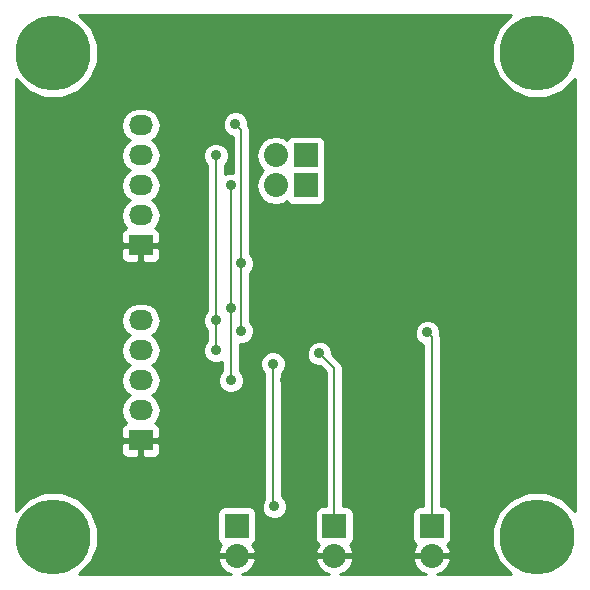
<source format=gbl>
G04 #@! TF.FileFunction,Copper,L2,Bot,Plane*
%FSLAX46Y46*%
G04 Gerber Fmt 4.6, Leading zero omitted, Abs format (unit mm)*
G04 Created by KiCad (PCBNEW (after 2015-mar-04 BZR unknown)-product) date 10/16/2015 4:42:27 PM*
%MOMM*%
G01*
G04 APERTURE LIST*
%ADD10C,0.150000*%
%ADD11R,2.032000X2.032000*%
%ADD12O,2.032000X2.032000*%
%ADD13C,6.350000*%
%ADD14R,2.032000X1.727200*%
%ADD15O,2.032000X1.727200*%
%ADD16C,0.889000*%
%ADD17C,0.203200*%
%ADD18C,0.254000*%
G04 APERTURE END LIST*
D10*
D11*
X36068000Y-44069000D03*
D12*
X36068000Y-46609000D03*
D13*
X4000000Y-45000000D03*
X4000000Y-4000000D03*
X45000000Y-45000000D03*
X45000000Y-4000000D03*
D11*
X19558000Y-44069000D03*
D12*
X19558000Y-46609000D03*
D11*
X27813000Y-44069000D03*
D12*
X27813000Y-46609000D03*
D11*
X25400000Y-12700000D03*
D12*
X22860000Y-12700000D03*
D11*
X25400000Y-15240000D03*
D12*
X22860000Y-15240000D03*
D14*
X11430000Y-20320000D03*
D15*
X11430000Y-17780000D03*
X11430000Y-15240000D03*
X11430000Y-12700000D03*
X11430000Y-10160000D03*
D14*
X11430000Y-36830000D03*
D15*
X11430000Y-34290000D03*
X11430000Y-31750000D03*
X11430000Y-29210000D03*
X11430000Y-26670000D03*
D16*
X22733000Y-42418000D03*
X22606000Y-30353000D03*
X26543000Y-29464000D03*
X35687000Y-27686000D03*
X17780000Y-29210000D03*
X17780000Y-12700000D03*
X17780000Y-26670000D03*
X19050000Y-31750000D03*
X19050000Y-15240000D03*
X19050000Y-25654000D03*
X22987000Y-28194000D03*
X23622000Y-31750000D03*
X19431000Y-10033000D03*
X19939000Y-27559000D03*
X19939000Y-21844000D03*
D17*
X22733000Y-42418000D02*
X22606000Y-42291000D01*
X22606000Y-42291000D02*
X22606000Y-30353000D01*
X27813000Y-30734000D02*
X26543000Y-29464000D01*
X27813000Y-44069000D02*
X27813000Y-30734000D01*
X36068000Y-28067000D02*
X35687000Y-27686000D01*
X36068000Y-44069000D02*
X36068000Y-28067000D01*
X17780000Y-26670000D02*
X17780000Y-12700000D01*
X17780000Y-29210000D02*
X17780000Y-26670000D01*
X19050000Y-25654000D02*
X19050000Y-15240000D01*
X19050000Y-31750000D02*
X19050000Y-25654000D01*
X19431000Y-10033000D02*
X19939000Y-10541000D01*
X19939000Y-21844000D02*
X19939000Y-27559000D01*
X19939000Y-10541000D02*
X19939000Y-21844000D01*
D18*
G36*
X48174500Y-42787183D02*
X47161009Y-41771923D01*
X45761181Y-41190663D01*
X44245469Y-41189340D01*
X42844628Y-41768156D01*
X41771923Y-42838991D01*
X41190663Y-44238819D01*
X41189340Y-45754531D01*
X41768156Y-47155372D01*
X42785507Y-48174500D01*
X37731440Y-48174500D01*
X37731440Y-45085000D01*
X37731440Y-43053000D01*
X37684463Y-42810877D01*
X37544673Y-42598073D01*
X37333640Y-42455623D01*
X37084000Y-42405560D01*
X36804600Y-42405560D01*
X36804600Y-28067000D01*
X36766336Y-27874635D01*
X36766687Y-27472216D01*
X36602689Y-27075311D01*
X36299286Y-26771378D01*
X35902668Y-26606687D01*
X35473216Y-26606313D01*
X35076311Y-26770311D01*
X34772378Y-27073714D01*
X34607687Y-27470332D01*
X34607313Y-27899784D01*
X34771311Y-28296689D01*
X35074714Y-28600622D01*
X35331400Y-28707207D01*
X35331400Y-42405560D01*
X35052000Y-42405560D01*
X34809877Y-42452537D01*
X34597073Y-42592327D01*
X34454623Y-42803360D01*
X34404560Y-43053000D01*
X34404560Y-45085000D01*
X34451537Y-45327123D01*
X34591327Y-45539927D01*
X34751043Y-45647737D01*
X34661615Y-45744182D01*
X34462025Y-46226056D01*
X34581164Y-46482000D01*
X35941000Y-46482000D01*
X35941000Y-46462000D01*
X36195000Y-46462000D01*
X36195000Y-46482000D01*
X37554836Y-46482000D01*
X37673975Y-46226056D01*
X37474385Y-45744182D01*
X37384425Y-45647164D01*
X37538927Y-45545673D01*
X37681377Y-45334640D01*
X37731440Y-45085000D01*
X37731440Y-48174500D01*
X36539117Y-48174500D01*
X37036379Y-47946188D01*
X37474385Y-47473818D01*
X37673975Y-46991944D01*
X37554836Y-46736000D01*
X36195000Y-46736000D01*
X36195000Y-46756000D01*
X35941000Y-46756000D01*
X35941000Y-46736000D01*
X34581164Y-46736000D01*
X34462025Y-46991944D01*
X34661615Y-47473818D01*
X35099621Y-47946188D01*
X35596882Y-48174500D01*
X29476440Y-48174500D01*
X29476440Y-45085000D01*
X29476440Y-43053000D01*
X29429463Y-42810877D01*
X29289673Y-42598073D01*
X29078640Y-42455623D01*
X28829000Y-42405560D01*
X28549600Y-42405560D01*
X28549600Y-30734000D01*
X28493530Y-30452115D01*
X28333855Y-30213145D01*
X27622467Y-29501757D01*
X27622687Y-29250216D01*
X27458689Y-28853311D01*
X27155286Y-28549378D01*
X27063440Y-28511240D01*
X27063440Y-16256000D01*
X27063440Y-14224000D01*
X27016463Y-13981877D01*
X27009535Y-13971331D01*
X27013377Y-13965640D01*
X27063440Y-13716000D01*
X27063440Y-11684000D01*
X27016463Y-11441877D01*
X26876673Y-11229073D01*
X26665640Y-11086623D01*
X26416000Y-11036560D01*
X24384000Y-11036560D01*
X24141877Y-11083537D01*
X23929073Y-11223327D01*
X23830836Y-11368860D01*
X23491810Y-11142330D01*
X22860000Y-11016655D01*
X22228190Y-11142330D01*
X21692567Y-11500222D01*
X21334675Y-12035845D01*
X21209000Y-12667655D01*
X21209000Y-12732345D01*
X21334675Y-13364155D01*
X21692567Y-13899778D01*
X21797661Y-13970000D01*
X21692567Y-14040222D01*
X21334675Y-14575845D01*
X21209000Y-15207655D01*
X21209000Y-15272345D01*
X21334675Y-15904155D01*
X21692567Y-16439778D01*
X22228190Y-16797670D01*
X22860000Y-16923345D01*
X23491810Y-16797670D01*
X23831298Y-16570830D01*
X23923327Y-16710927D01*
X24134360Y-16853377D01*
X24384000Y-16903440D01*
X26416000Y-16903440D01*
X26658123Y-16856463D01*
X26870927Y-16716673D01*
X27013377Y-16505640D01*
X27063440Y-16256000D01*
X27063440Y-28511240D01*
X26758668Y-28384687D01*
X26329216Y-28384313D01*
X25932311Y-28548311D01*
X25628378Y-28851714D01*
X25463687Y-29248332D01*
X25463313Y-29677784D01*
X25627311Y-30074689D01*
X25930714Y-30378622D01*
X26327332Y-30543313D01*
X26580823Y-30543533D01*
X27076400Y-31039110D01*
X27076400Y-42405560D01*
X26797000Y-42405560D01*
X26554877Y-42452537D01*
X26342073Y-42592327D01*
X26199623Y-42803360D01*
X26149560Y-43053000D01*
X26149560Y-45085000D01*
X26196537Y-45327123D01*
X26336327Y-45539927D01*
X26496043Y-45647737D01*
X26406615Y-45744182D01*
X26207025Y-46226056D01*
X26326164Y-46482000D01*
X27686000Y-46482000D01*
X27686000Y-46462000D01*
X27940000Y-46462000D01*
X27940000Y-46482000D01*
X29299836Y-46482000D01*
X29418975Y-46226056D01*
X29219385Y-45744182D01*
X29129425Y-45647164D01*
X29283927Y-45545673D01*
X29426377Y-45334640D01*
X29476440Y-45085000D01*
X29476440Y-48174500D01*
X28284117Y-48174500D01*
X28781379Y-47946188D01*
X29219385Y-47473818D01*
X29418975Y-46991944D01*
X29299836Y-46736000D01*
X27940000Y-46736000D01*
X27940000Y-46756000D01*
X27686000Y-46756000D01*
X27686000Y-46736000D01*
X26326164Y-46736000D01*
X26207025Y-46991944D01*
X26406615Y-47473818D01*
X26844621Y-47946188D01*
X27341882Y-48174500D01*
X23812687Y-48174500D01*
X23812687Y-42204216D01*
X23648689Y-41807311D01*
X23345286Y-41503378D01*
X23342600Y-41502262D01*
X23342600Y-31142997D01*
X23520622Y-30965286D01*
X23685313Y-30568668D01*
X23685687Y-30139216D01*
X23521689Y-29742311D01*
X23218286Y-29438378D01*
X22821668Y-29273687D01*
X22392216Y-29273313D01*
X21995311Y-29437311D01*
X21691378Y-29740714D01*
X21526687Y-30137332D01*
X21526313Y-30566784D01*
X21690311Y-30963689D01*
X21869400Y-31143090D01*
X21869400Y-41754780D01*
X21818378Y-41805714D01*
X21653687Y-42202332D01*
X21653313Y-42631784D01*
X21817311Y-43028689D01*
X22120714Y-43332622D01*
X22517332Y-43497313D01*
X22946784Y-43497687D01*
X23343689Y-43333689D01*
X23647622Y-43030286D01*
X23812313Y-42633668D01*
X23812687Y-42204216D01*
X23812687Y-48174500D01*
X21221440Y-48174500D01*
X21221440Y-45085000D01*
X21221440Y-43053000D01*
X21174463Y-42810877D01*
X21034673Y-42598073D01*
X21018687Y-42587282D01*
X21018687Y-27345216D01*
X20854689Y-26948311D01*
X20675600Y-26768909D01*
X20675600Y-22633997D01*
X20853622Y-22456286D01*
X21018313Y-22059668D01*
X21018687Y-21630216D01*
X20854689Y-21233311D01*
X20675600Y-21053909D01*
X20675600Y-10541000D01*
X20619530Y-10259115D01*
X20510446Y-10095859D01*
X20510687Y-9819216D01*
X20346689Y-9422311D01*
X20043286Y-9118378D01*
X19646668Y-8953687D01*
X19217216Y-8953313D01*
X18820311Y-9117311D01*
X18516378Y-9420714D01*
X18351687Y-9817332D01*
X18351313Y-10246784D01*
X18515311Y-10643689D01*
X18818714Y-10947622D01*
X19202400Y-11106943D01*
X19202400Y-14160631D01*
X18836216Y-14160313D01*
X18516600Y-14292375D01*
X18516600Y-13489997D01*
X18694622Y-13312286D01*
X18859313Y-12915668D01*
X18859687Y-12486216D01*
X18695689Y-12089311D01*
X18392286Y-11785378D01*
X17995668Y-11620687D01*
X17566216Y-11620313D01*
X17169311Y-11784311D01*
X16865378Y-12087714D01*
X16700687Y-12484332D01*
X16700313Y-12913784D01*
X16864311Y-13310689D01*
X17043400Y-13490090D01*
X17043400Y-25880002D01*
X16865378Y-26057714D01*
X16700687Y-26454332D01*
X16700313Y-26883784D01*
X16864311Y-27280689D01*
X17043400Y-27460090D01*
X17043400Y-28420002D01*
X16865378Y-28597714D01*
X16700687Y-28994332D01*
X16700313Y-29423784D01*
X16864311Y-29820689D01*
X17167714Y-30124622D01*
X17564332Y-30289313D01*
X17993784Y-30289687D01*
X18313400Y-30157624D01*
X18313400Y-30960002D01*
X18135378Y-31137714D01*
X17970687Y-31534332D01*
X17970313Y-31963784D01*
X18134311Y-32360689D01*
X18437714Y-32664622D01*
X18834332Y-32829313D01*
X19263784Y-32829687D01*
X19660689Y-32665689D01*
X19964622Y-32362286D01*
X20129313Y-31965668D01*
X20129687Y-31536216D01*
X19965689Y-31139311D01*
X19786600Y-30959909D01*
X19786600Y-28638368D01*
X20152784Y-28638687D01*
X20549689Y-28474689D01*
X20853622Y-28171286D01*
X21018313Y-27774668D01*
X21018687Y-27345216D01*
X21018687Y-42587282D01*
X20823640Y-42455623D01*
X20574000Y-42405560D01*
X18542000Y-42405560D01*
X18299877Y-42452537D01*
X18087073Y-42592327D01*
X17944623Y-42803360D01*
X17894560Y-43053000D01*
X17894560Y-45085000D01*
X17941537Y-45327123D01*
X18081327Y-45539927D01*
X18241043Y-45647737D01*
X18151615Y-45744182D01*
X17952025Y-46226056D01*
X18071164Y-46482000D01*
X19431000Y-46482000D01*
X19431000Y-46462000D01*
X19685000Y-46462000D01*
X19685000Y-46482000D01*
X21044836Y-46482000D01*
X21163975Y-46226056D01*
X20964385Y-45744182D01*
X20874425Y-45647164D01*
X21028927Y-45545673D01*
X21171377Y-45334640D01*
X21221440Y-45085000D01*
X21221440Y-48174500D01*
X20029117Y-48174500D01*
X20526379Y-47946188D01*
X20964385Y-47473818D01*
X21163975Y-46991944D01*
X21044836Y-46736000D01*
X19685000Y-46736000D01*
X19685000Y-46756000D01*
X19431000Y-46756000D01*
X19431000Y-46736000D01*
X18071164Y-46736000D01*
X17952025Y-46991944D01*
X18151615Y-47473818D01*
X18589621Y-47946188D01*
X19086882Y-48174500D01*
X13113345Y-48174500D01*
X13113345Y-34290000D01*
X12999271Y-33716511D01*
X12674415Y-33230330D01*
X12359634Y-33020000D01*
X12674415Y-32809670D01*
X12999271Y-32323489D01*
X13113345Y-31750000D01*
X12999271Y-31176511D01*
X12674415Y-30690330D01*
X12359634Y-30480000D01*
X12674415Y-30269670D01*
X12999271Y-29783489D01*
X13113345Y-29210000D01*
X12999271Y-28636511D01*
X12674415Y-28150330D01*
X12359634Y-27940000D01*
X12674415Y-27729670D01*
X12999271Y-27243489D01*
X13113345Y-26670000D01*
X13113345Y-17780000D01*
X12999271Y-17206511D01*
X12674415Y-16720330D01*
X12359634Y-16510000D01*
X12674415Y-16299670D01*
X12999271Y-15813489D01*
X13113345Y-15240000D01*
X12999271Y-14666511D01*
X12674415Y-14180330D01*
X12359634Y-13970000D01*
X12674415Y-13759670D01*
X12999271Y-13273489D01*
X13113345Y-12700000D01*
X12999271Y-12126511D01*
X12674415Y-11640330D01*
X12359634Y-11430000D01*
X12674415Y-11219670D01*
X12999271Y-10733489D01*
X13113345Y-10160000D01*
X12999271Y-9586511D01*
X12674415Y-9100330D01*
X12188234Y-8775474D01*
X11614745Y-8661400D01*
X11245255Y-8661400D01*
X10671766Y-8775474D01*
X10185585Y-9100330D01*
X9860729Y-9586511D01*
X9746655Y-10160000D01*
X9860729Y-10733489D01*
X10185585Y-11219670D01*
X10500365Y-11430000D01*
X10185585Y-11640330D01*
X9860729Y-12126511D01*
X9746655Y-12700000D01*
X9860729Y-13273489D01*
X10185585Y-13759670D01*
X10500365Y-13970000D01*
X10185585Y-14180330D01*
X9860729Y-14666511D01*
X9746655Y-15240000D01*
X9860729Y-15813489D01*
X10185585Y-16299670D01*
X10500365Y-16510000D01*
X10185585Y-16720330D01*
X9860729Y-17206511D01*
X9746655Y-17780000D01*
X9860729Y-18353489D01*
X10185585Y-18839670D01*
X10207780Y-18854500D01*
X10054302Y-18918073D01*
X9875673Y-19096701D01*
X9779000Y-19330090D01*
X9779000Y-19582709D01*
X9779000Y-20034250D01*
X9937750Y-20193000D01*
X11303000Y-20193000D01*
X11303000Y-20173000D01*
X11557000Y-20173000D01*
X11557000Y-20193000D01*
X12922250Y-20193000D01*
X13081000Y-20034250D01*
X13081000Y-19582709D01*
X13081000Y-19330090D01*
X12984327Y-19096701D01*
X12805698Y-18918073D01*
X12652219Y-18854500D01*
X12674415Y-18839670D01*
X12999271Y-18353489D01*
X13113345Y-17780000D01*
X13113345Y-26670000D01*
X13081000Y-26507390D01*
X13081000Y-21309910D01*
X13081000Y-21057291D01*
X13081000Y-20605750D01*
X12922250Y-20447000D01*
X11557000Y-20447000D01*
X11557000Y-21659850D01*
X11715750Y-21818600D01*
X12572309Y-21818600D01*
X12805698Y-21721927D01*
X12984327Y-21543299D01*
X13081000Y-21309910D01*
X13081000Y-26507390D01*
X12999271Y-26096511D01*
X12674415Y-25610330D01*
X12188234Y-25285474D01*
X11614745Y-25171400D01*
X11303000Y-25171400D01*
X11303000Y-21659850D01*
X11303000Y-20447000D01*
X9937750Y-20447000D01*
X9779000Y-20605750D01*
X9779000Y-21057291D01*
X9779000Y-21309910D01*
X9875673Y-21543299D01*
X10054302Y-21721927D01*
X10287691Y-21818600D01*
X11144250Y-21818600D01*
X11303000Y-21659850D01*
X11303000Y-25171400D01*
X11245255Y-25171400D01*
X10671766Y-25285474D01*
X10185585Y-25610330D01*
X9860729Y-26096511D01*
X9746655Y-26670000D01*
X9860729Y-27243489D01*
X10185585Y-27729670D01*
X10500365Y-27940000D01*
X10185585Y-28150330D01*
X9860729Y-28636511D01*
X9746655Y-29210000D01*
X9860729Y-29783489D01*
X10185585Y-30269670D01*
X10500365Y-30480000D01*
X10185585Y-30690330D01*
X9860729Y-31176511D01*
X9746655Y-31750000D01*
X9860729Y-32323489D01*
X10185585Y-32809670D01*
X10500365Y-33020000D01*
X10185585Y-33230330D01*
X9860729Y-33716511D01*
X9746655Y-34290000D01*
X9860729Y-34863489D01*
X10185585Y-35349670D01*
X10207780Y-35364500D01*
X10054302Y-35428073D01*
X9875673Y-35606701D01*
X9779000Y-35840090D01*
X9779000Y-36092709D01*
X9779000Y-36544250D01*
X9937750Y-36703000D01*
X11303000Y-36703000D01*
X11303000Y-36683000D01*
X11557000Y-36683000D01*
X11557000Y-36703000D01*
X12922250Y-36703000D01*
X13081000Y-36544250D01*
X13081000Y-36092709D01*
X13081000Y-35840090D01*
X12984327Y-35606701D01*
X12805698Y-35428073D01*
X12652219Y-35364500D01*
X12674415Y-35349670D01*
X12999271Y-34863489D01*
X13113345Y-34290000D01*
X13113345Y-48174500D01*
X13081000Y-48174500D01*
X13081000Y-37819910D01*
X13081000Y-37567291D01*
X13081000Y-37115750D01*
X12922250Y-36957000D01*
X11557000Y-36957000D01*
X11557000Y-38169850D01*
X11715750Y-38328600D01*
X12572309Y-38328600D01*
X12805698Y-38231927D01*
X12984327Y-38053299D01*
X13081000Y-37819910D01*
X13081000Y-48174500D01*
X11303000Y-48174500D01*
X11303000Y-38169850D01*
X11303000Y-36957000D01*
X9937750Y-36957000D01*
X9779000Y-37115750D01*
X9779000Y-37567291D01*
X9779000Y-37819910D01*
X9875673Y-38053299D01*
X10054302Y-38231927D01*
X10287691Y-38328600D01*
X11144250Y-38328600D01*
X11303000Y-38169850D01*
X11303000Y-48174500D01*
X6212816Y-48174500D01*
X7228077Y-47161009D01*
X7809337Y-45761181D01*
X7810660Y-44245469D01*
X7231844Y-42844628D01*
X6161009Y-41771923D01*
X4761181Y-41190663D01*
X3245469Y-41189340D01*
X1844628Y-41768156D01*
X825500Y-42785507D01*
X825500Y-6212816D01*
X1838991Y-7228077D01*
X3238819Y-7809337D01*
X4754531Y-7810660D01*
X6155372Y-7231844D01*
X7228077Y-6161009D01*
X7809337Y-4761181D01*
X7810660Y-3245469D01*
X7231844Y-1844628D01*
X6214492Y-825500D01*
X42787183Y-825500D01*
X41771923Y-1838991D01*
X41190663Y-3238819D01*
X41189340Y-4754531D01*
X41768156Y-6155372D01*
X42838991Y-7228077D01*
X44238819Y-7809337D01*
X45754531Y-7810660D01*
X47155372Y-7231844D01*
X48174500Y-6214492D01*
X48174500Y-42787183D01*
X48174500Y-42787183D01*
G37*
X48174500Y-42787183D02*
X47161009Y-41771923D01*
X45761181Y-41190663D01*
X44245469Y-41189340D01*
X42844628Y-41768156D01*
X41771923Y-42838991D01*
X41190663Y-44238819D01*
X41189340Y-45754531D01*
X41768156Y-47155372D01*
X42785507Y-48174500D01*
X37731440Y-48174500D01*
X37731440Y-45085000D01*
X37731440Y-43053000D01*
X37684463Y-42810877D01*
X37544673Y-42598073D01*
X37333640Y-42455623D01*
X37084000Y-42405560D01*
X36804600Y-42405560D01*
X36804600Y-28067000D01*
X36766336Y-27874635D01*
X36766687Y-27472216D01*
X36602689Y-27075311D01*
X36299286Y-26771378D01*
X35902668Y-26606687D01*
X35473216Y-26606313D01*
X35076311Y-26770311D01*
X34772378Y-27073714D01*
X34607687Y-27470332D01*
X34607313Y-27899784D01*
X34771311Y-28296689D01*
X35074714Y-28600622D01*
X35331400Y-28707207D01*
X35331400Y-42405560D01*
X35052000Y-42405560D01*
X34809877Y-42452537D01*
X34597073Y-42592327D01*
X34454623Y-42803360D01*
X34404560Y-43053000D01*
X34404560Y-45085000D01*
X34451537Y-45327123D01*
X34591327Y-45539927D01*
X34751043Y-45647737D01*
X34661615Y-45744182D01*
X34462025Y-46226056D01*
X34581164Y-46482000D01*
X35941000Y-46482000D01*
X35941000Y-46462000D01*
X36195000Y-46462000D01*
X36195000Y-46482000D01*
X37554836Y-46482000D01*
X37673975Y-46226056D01*
X37474385Y-45744182D01*
X37384425Y-45647164D01*
X37538927Y-45545673D01*
X37681377Y-45334640D01*
X37731440Y-45085000D01*
X37731440Y-48174500D01*
X36539117Y-48174500D01*
X37036379Y-47946188D01*
X37474385Y-47473818D01*
X37673975Y-46991944D01*
X37554836Y-46736000D01*
X36195000Y-46736000D01*
X36195000Y-46756000D01*
X35941000Y-46756000D01*
X35941000Y-46736000D01*
X34581164Y-46736000D01*
X34462025Y-46991944D01*
X34661615Y-47473818D01*
X35099621Y-47946188D01*
X35596882Y-48174500D01*
X29476440Y-48174500D01*
X29476440Y-45085000D01*
X29476440Y-43053000D01*
X29429463Y-42810877D01*
X29289673Y-42598073D01*
X29078640Y-42455623D01*
X28829000Y-42405560D01*
X28549600Y-42405560D01*
X28549600Y-30734000D01*
X28493530Y-30452115D01*
X28333855Y-30213145D01*
X27622467Y-29501757D01*
X27622687Y-29250216D01*
X27458689Y-28853311D01*
X27155286Y-28549378D01*
X27063440Y-28511240D01*
X27063440Y-16256000D01*
X27063440Y-14224000D01*
X27016463Y-13981877D01*
X27009535Y-13971331D01*
X27013377Y-13965640D01*
X27063440Y-13716000D01*
X27063440Y-11684000D01*
X27016463Y-11441877D01*
X26876673Y-11229073D01*
X26665640Y-11086623D01*
X26416000Y-11036560D01*
X24384000Y-11036560D01*
X24141877Y-11083537D01*
X23929073Y-11223327D01*
X23830836Y-11368860D01*
X23491810Y-11142330D01*
X22860000Y-11016655D01*
X22228190Y-11142330D01*
X21692567Y-11500222D01*
X21334675Y-12035845D01*
X21209000Y-12667655D01*
X21209000Y-12732345D01*
X21334675Y-13364155D01*
X21692567Y-13899778D01*
X21797661Y-13970000D01*
X21692567Y-14040222D01*
X21334675Y-14575845D01*
X21209000Y-15207655D01*
X21209000Y-15272345D01*
X21334675Y-15904155D01*
X21692567Y-16439778D01*
X22228190Y-16797670D01*
X22860000Y-16923345D01*
X23491810Y-16797670D01*
X23831298Y-16570830D01*
X23923327Y-16710927D01*
X24134360Y-16853377D01*
X24384000Y-16903440D01*
X26416000Y-16903440D01*
X26658123Y-16856463D01*
X26870927Y-16716673D01*
X27013377Y-16505640D01*
X27063440Y-16256000D01*
X27063440Y-28511240D01*
X26758668Y-28384687D01*
X26329216Y-28384313D01*
X25932311Y-28548311D01*
X25628378Y-28851714D01*
X25463687Y-29248332D01*
X25463313Y-29677784D01*
X25627311Y-30074689D01*
X25930714Y-30378622D01*
X26327332Y-30543313D01*
X26580823Y-30543533D01*
X27076400Y-31039110D01*
X27076400Y-42405560D01*
X26797000Y-42405560D01*
X26554877Y-42452537D01*
X26342073Y-42592327D01*
X26199623Y-42803360D01*
X26149560Y-43053000D01*
X26149560Y-45085000D01*
X26196537Y-45327123D01*
X26336327Y-45539927D01*
X26496043Y-45647737D01*
X26406615Y-45744182D01*
X26207025Y-46226056D01*
X26326164Y-46482000D01*
X27686000Y-46482000D01*
X27686000Y-46462000D01*
X27940000Y-46462000D01*
X27940000Y-46482000D01*
X29299836Y-46482000D01*
X29418975Y-46226056D01*
X29219385Y-45744182D01*
X29129425Y-45647164D01*
X29283927Y-45545673D01*
X29426377Y-45334640D01*
X29476440Y-45085000D01*
X29476440Y-48174500D01*
X28284117Y-48174500D01*
X28781379Y-47946188D01*
X29219385Y-47473818D01*
X29418975Y-46991944D01*
X29299836Y-46736000D01*
X27940000Y-46736000D01*
X27940000Y-46756000D01*
X27686000Y-46756000D01*
X27686000Y-46736000D01*
X26326164Y-46736000D01*
X26207025Y-46991944D01*
X26406615Y-47473818D01*
X26844621Y-47946188D01*
X27341882Y-48174500D01*
X23812687Y-48174500D01*
X23812687Y-42204216D01*
X23648689Y-41807311D01*
X23345286Y-41503378D01*
X23342600Y-41502262D01*
X23342600Y-31142997D01*
X23520622Y-30965286D01*
X23685313Y-30568668D01*
X23685687Y-30139216D01*
X23521689Y-29742311D01*
X23218286Y-29438378D01*
X22821668Y-29273687D01*
X22392216Y-29273313D01*
X21995311Y-29437311D01*
X21691378Y-29740714D01*
X21526687Y-30137332D01*
X21526313Y-30566784D01*
X21690311Y-30963689D01*
X21869400Y-31143090D01*
X21869400Y-41754780D01*
X21818378Y-41805714D01*
X21653687Y-42202332D01*
X21653313Y-42631784D01*
X21817311Y-43028689D01*
X22120714Y-43332622D01*
X22517332Y-43497313D01*
X22946784Y-43497687D01*
X23343689Y-43333689D01*
X23647622Y-43030286D01*
X23812313Y-42633668D01*
X23812687Y-42204216D01*
X23812687Y-48174500D01*
X21221440Y-48174500D01*
X21221440Y-45085000D01*
X21221440Y-43053000D01*
X21174463Y-42810877D01*
X21034673Y-42598073D01*
X21018687Y-42587282D01*
X21018687Y-27345216D01*
X20854689Y-26948311D01*
X20675600Y-26768909D01*
X20675600Y-22633997D01*
X20853622Y-22456286D01*
X21018313Y-22059668D01*
X21018687Y-21630216D01*
X20854689Y-21233311D01*
X20675600Y-21053909D01*
X20675600Y-10541000D01*
X20619530Y-10259115D01*
X20510446Y-10095859D01*
X20510687Y-9819216D01*
X20346689Y-9422311D01*
X20043286Y-9118378D01*
X19646668Y-8953687D01*
X19217216Y-8953313D01*
X18820311Y-9117311D01*
X18516378Y-9420714D01*
X18351687Y-9817332D01*
X18351313Y-10246784D01*
X18515311Y-10643689D01*
X18818714Y-10947622D01*
X19202400Y-11106943D01*
X19202400Y-14160631D01*
X18836216Y-14160313D01*
X18516600Y-14292375D01*
X18516600Y-13489997D01*
X18694622Y-13312286D01*
X18859313Y-12915668D01*
X18859687Y-12486216D01*
X18695689Y-12089311D01*
X18392286Y-11785378D01*
X17995668Y-11620687D01*
X17566216Y-11620313D01*
X17169311Y-11784311D01*
X16865378Y-12087714D01*
X16700687Y-12484332D01*
X16700313Y-12913784D01*
X16864311Y-13310689D01*
X17043400Y-13490090D01*
X17043400Y-25880002D01*
X16865378Y-26057714D01*
X16700687Y-26454332D01*
X16700313Y-26883784D01*
X16864311Y-27280689D01*
X17043400Y-27460090D01*
X17043400Y-28420002D01*
X16865378Y-28597714D01*
X16700687Y-28994332D01*
X16700313Y-29423784D01*
X16864311Y-29820689D01*
X17167714Y-30124622D01*
X17564332Y-30289313D01*
X17993784Y-30289687D01*
X18313400Y-30157624D01*
X18313400Y-30960002D01*
X18135378Y-31137714D01*
X17970687Y-31534332D01*
X17970313Y-31963784D01*
X18134311Y-32360689D01*
X18437714Y-32664622D01*
X18834332Y-32829313D01*
X19263784Y-32829687D01*
X19660689Y-32665689D01*
X19964622Y-32362286D01*
X20129313Y-31965668D01*
X20129687Y-31536216D01*
X19965689Y-31139311D01*
X19786600Y-30959909D01*
X19786600Y-28638368D01*
X20152784Y-28638687D01*
X20549689Y-28474689D01*
X20853622Y-28171286D01*
X21018313Y-27774668D01*
X21018687Y-27345216D01*
X21018687Y-42587282D01*
X20823640Y-42455623D01*
X20574000Y-42405560D01*
X18542000Y-42405560D01*
X18299877Y-42452537D01*
X18087073Y-42592327D01*
X17944623Y-42803360D01*
X17894560Y-43053000D01*
X17894560Y-45085000D01*
X17941537Y-45327123D01*
X18081327Y-45539927D01*
X18241043Y-45647737D01*
X18151615Y-45744182D01*
X17952025Y-46226056D01*
X18071164Y-46482000D01*
X19431000Y-46482000D01*
X19431000Y-46462000D01*
X19685000Y-46462000D01*
X19685000Y-46482000D01*
X21044836Y-46482000D01*
X21163975Y-46226056D01*
X20964385Y-45744182D01*
X20874425Y-45647164D01*
X21028927Y-45545673D01*
X21171377Y-45334640D01*
X21221440Y-45085000D01*
X21221440Y-48174500D01*
X20029117Y-48174500D01*
X20526379Y-47946188D01*
X20964385Y-47473818D01*
X21163975Y-46991944D01*
X21044836Y-46736000D01*
X19685000Y-46736000D01*
X19685000Y-46756000D01*
X19431000Y-46756000D01*
X19431000Y-46736000D01*
X18071164Y-46736000D01*
X17952025Y-46991944D01*
X18151615Y-47473818D01*
X18589621Y-47946188D01*
X19086882Y-48174500D01*
X13113345Y-48174500D01*
X13113345Y-34290000D01*
X12999271Y-33716511D01*
X12674415Y-33230330D01*
X12359634Y-33020000D01*
X12674415Y-32809670D01*
X12999271Y-32323489D01*
X13113345Y-31750000D01*
X12999271Y-31176511D01*
X12674415Y-30690330D01*
X12359634Y-30480000D01*
X12674415Y-30269670D01*
X12999271Y-29783489D01*
X13113345Y-29210000D01*
X12999271Y-28636511D01*
X12674415Y-28150330D01*
X12359634Y-27940000D01*
X12674415Y-27729670D01*
X12999271Y-27243489D01*
X13113345Y-26670000D01*
X13113345Y-17780000D01*
X12999271Y-17206511D01*
X12674415Y-16720330D01*
X12359634Y-16510000D01*
X12674415Y-16299670D01*
X12999271Y-15813489D01*
X13113345Y-15240000D01*
X12999271Y-14666511D01*
X12674415Y-14180330D01*
X12359634Y-13970000D01*
X12674415Y-13759670D01*
X12999271Y-13273489D01*
X13113345Y-12700000D01*
X12999271Y-12126511D01*
X12674415Y-11640330D01*
X12359634Y-11430000D01*
X12674415Y-11219670D01*
X12999271Y-10733489D01*
X13113345Y-10160000D01*
X12999271Y-9586511D01*
X12674415Y-9100330D01*
X12188234Y-8775474D01*
X11614745Y-8661400D01*
X11245255Y-8661400D01*
X10671766Y-8775474D01*
X10185585Y-9100330D01*
X9860729Y-9586511D01*
X9746655Y-10160000D01*
X9860729Y-10733489D01*
X10185585Y-11219670D01*
X10500365Y-11430000D01*
X10185585Y-11640330D01*
X9860729Y-12126511D01*
X9746655Y-12700000D01*
X9860729Y-13273489D01*
X10185585Y-13759670D01*
X10500365Y-13970000D01*
X10185585Y-14180330D01*
X9860729Y-14666511D01*
X9746655Y-15240000D01*
X9860729Y-15813489D01*
X10185585Y-16299670D01*
X10500365Y-16510000D01*
X10185585Y-16720330D01*
X9860729Y-17206511D01*
X9746655Y-17780000D01*
X9860729Y-18353489D01*
X10185585Y-18839670D01*
X10207780Y-18854500D01*
X10054302Y-18918073D01*
X9875673Y-19096701D01*
X9779000Y-19330090D01*
X9779000Y-19582709D01*
X9779000Y-20034250D01*
X9937750Y-20193000D01*
X11303000Y-20193000D01*
X11303000Y-20173000D01*
X11557000Y-20173000D01*
X11557000Y-20193000D01*
X12922250Y-20193000D01*
X13081000Y-20034250D01*
X13081000Y-19582709D01*
X13081000Y-19330090D01*
X12984327Y-19096701D01*
X12805698Y-18918073D01*
X12652219Y-18854500D01*
X12674415Y-18839670D01*
X12999271Y-18353489D01*
X13113345Y-17780000D01*
X13113345Y-26670000D01*
X13081000Y-26507390D01*
X13081000Y-21309910D01*
X13081000Y-21057291D01*
X13081000Y-20605750D01*
X12922250Y-20447000D01*
X11557000Y-20447000D01*
X11557000Y-21659850D01*
X11715750Y-21818600D01*
X12572309Y-21818600D01*
X12805698Y-21721927D01*
X12984327Y-21543299D01*
X13081000Y-21309910D01*
X13081000Y-26507390D01*
X12999271Y-26096511D01*
X12674415Y-25610330D01*
X12188234Y-25285474D01*
X11614745Y-25171400D01*
X11303000Y-25171400D01*
X11303000Y-21659850D01*
X11303000Y-20447000D01*
X9937750Y-20447000D01*
X9779000Y-20605750D01*
X9779000Y-21057291D01*
X9779000Y-21309910D01*
X9875673Y-21543299D01*
X10054302Y-21721927D01*
X10287691Y-21818600D01*
X11144250Y-21818600D01*
X11303000Y-21659850D01*
X11303000Y-25171400D01*
X11245255Y-25171400D01*
X10671766Y-25285474D01*
X10185585Y-25610330D01*
X9860729Y-26096511D01*
X9746655Y-26670000D01*
X9860729Y-27243489D01*
X10185585Y-27729670D01*
X10500365Y-27940000D01*
X10185585Y-28150330D01*
X9860729Y-28636511D01*
X9746655Y-29210000D01*
X9860729Y-29783489D01*
X10185585Y-30269670D01*
X10500365Y-30480000D01*
X10185585Y-30690330D01*
X9860729Y-31176511D01*
X9746655Y-31750000D01*
X9860729Y-32323489D01*
X10185585Y-32809670D01*
X10500365Y-33020000D01*
X10185585Y-33230330D01*
X9860729Y-33716511D01*
X9746655Y-34290000D01*
X9860729Y-34863489D01*
X10185585Y-35349670D01*
X10207780Y-35364500D01*
X10054302Y-35428073D01*
X9875673Y-35606701D01*
X9779000Y-35840090D01*
X9779000Y-36092709D01*
X9779000Y-36544250D01*
X9937750Y-36703000D01*
X11303000Y-36703000D01*
X11303000Y-36683000D01*
X11557000Y-36683000D01*
X11557000Y-36703000D01*
X12922250Y-36703000D01*
X13081000Y-36544250D01*
X13081000Y-36092709D01*
X13081000Y-35840090D01*
X12984327Y-35606701D01*
X12805698Y-35428073D01*
X12652219Y-35364500D01*
X12674415Y-35349670D01*
X12999271Y-34863489D01*
X13113345Y-34290000D01*
X13113345Y-48174500D01*
X13081000Y-48174500D01*
X13081000Y-37819910D01*
X13081000Y-37567291D01*
X13081000Y-37115750D01*
X12922250Y-36957000D01*
X11557000Y-36957000D01*
X11557000Y-38169850D01*
X11715750Y-38328600D01*
X12572309Y-38328600D01*
X12805698Y-38231927D01*
X12984327Y-38053299D01*
X13081000Y-37819910D01*
X13081000Y-48174500D01*
X11303000Y-48174500D01*
X11303000Y-38169850D01*
X11303000Y-36957000D01*
X9937750Y-36957000D01*
X9779000Y-37115750D01*
X9779000Y-37567291D01*
X9779000Y-37819910D01*
X9875673Y-38053299D01*
X10054302Y-38231927D01*
X10287691Y-38328600D01*
X11144250Y-38328600D01*
X11303000Y-38169850D01*
X11303000Y-48174500D01*
X6212816Y-48174500D01*
X7228077Y-47161009D01*
X7809337Y-45761181D01*
X7810660Y-44245469D01*
X7231844Y-42844628D01*
X6161009Y-41771923D01*
X4761181Y-41190663D01*
X3245469Y-41189340D01*
X1844628Y-41768156D01*
X825500Y-42785507D01*
X825500Y-6212816D01*
X1838991Y-7228077D01*
X3238819Y-7809337D01*
X4754531Y-7810660D01*
X6155372Y-7231844D01*
X7228077Y-6161009D01*
X7809337Y-4761181D01*
X7810660Y-3245469D01*
X7231844Y-1844628D01*
X6214492Y-825500D01*
X42787183Y-825500D01*
X41771923Y-1838991D01*
X41190663Y-3238819D01*
X41189340Y-4754531D01*
X41768156Y-6155372D01*
X42838991Y-7228077D01*
X44238819Y-7809337D01*
X45754531Y-7810660D01*
X47155372Y-7231844D01*
X48174500Y-6214492D01*
X48174500Y-42787183D01*
M02*

</source>
